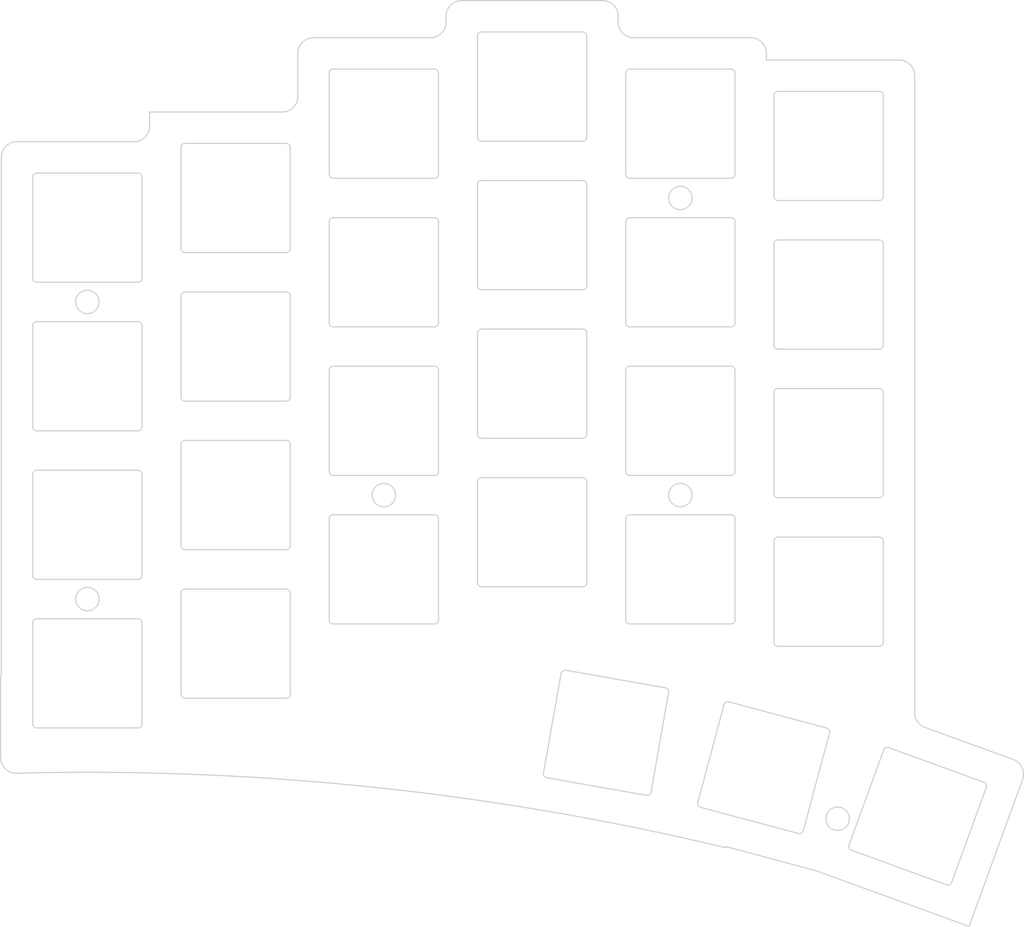
<source format=kicad_pcb>


(kicad_pcb (version 20171130) (host pcbnew 5.1.6)

  (page A3)
  (title_block
    (title "plate_left")
    (rev "v1.0.0")
    (company "Unknown")
  )

  (general
    (thickness 1.6)
  )

  (layers
    (0 F.Cu signal)
    (31 B.Cu signal)
    (32 B.Adhes user)
    (33 F.Adhes user)
    (34 B.Paste user)
    (35 F.Paste user)
    (36 B.SilkS user)
    (37 F.SilkS user)
    (38 B.Mask user)
    (39 F.Mask user)
    (40 Dwgs.User user)
    (41 Cmts.User user)
    (42 Eco1.User user)
    (43 Eco2.User user)
    (44 Edge.Cuts user)
    (45 Margin user)
    (46 B.CrtYd user)
    (47 F.CrtYd user)
    (48 B.Fab user)
    (49 F.Fab user)
  )

  (setup
    (last_trace_width 0.25)
    (trace_clearance 0.2)
    (zone_clearance 0.508)
    (zone_45_only no)
    (trace_min 0.2)
    (via_size 0.8)
    (via_drill 0.4)
    (via_min_size 0.4)
    (via_min_drill 0.3)
    (uvia_size 0.3)
    (uvia_drill 0.1)
    (uvias_allowed no)
    (uvia_min_size 0.2)
    (uvia_min_drill 0.1)
    (edge_width 0.05)
    (segment_width 0.2)
    (pcb_text_width 0.3)
    (pcb_text_size 1.5 1.5)
    (mod_edge_width 0.12)
    (mod_text_size 1 1)
    (mod_text_width 0.15)
    (pad_size 1.524 1.524)
    (pad_drill 0.762)
    (pad_to_mask_clearance 0.05)
    (aux_axis_origin 0 0)
    (visible_elements FFFFFF7F)
    (pcbplotparams
      (layerselection 0x010fc_ffffffff)
      (usegerberextensions false)
      (usegerberattributes true)
      (usegerberadvancedattributes true)
      (creategerberjobfile true)
      (excludeedgelayer true)
      (linewidth 0.100000)
      (plotframeref false)
      (viasonmask false)
      (mode 1)
      (useauxorigin false)
      (hpglpennumber 1)
      (hpglpenspeed 20)
      (hpglpendiameter 15.000000)
      (psnegative false)
      (psa4output false)
      (plotreference true)
      (plotvalue true)
      (plotinvisibletext false)
      (padsonsilk false)
      (subtractmaskfromsilk false)
      (outputformat 1)
      (mirror false)
      (drillshape 1)
      (scaleselection 1)
      (outputdirectory ""))
  )

  (net 0 "")

  (net_class Default "This is the default net class."
    (clearance 0.2)
    (trace_width 0.25)
    (via_dia 0.8)
    (via_drill 0.4)
    (uvia_dia 0.3)
    (uvia_drill 0.1)
    (add_net "")
  )

  
  (gr_line (start 57.975 198.21478199613796) (end 57.975 131.91999999999996) (angle 90) (layer Edge.Cuts) (width 0.15))
(gr_line (start 74.975 129.91999999999996) (end 59.975 129.91999999999996) (angle 90) (layer Edge.Cuts) (width 0.15))
(gr_line (start 93.975 126.10999999999997) (end 76.975 126.10999999999997) (angle 90) (layer Edge.Cuts) (width 0.15))
(gr_line (start 76.975 126.10999999999997) (end 76.975 127.91999999999996) (angle 90) (layer Edge.Cuts) (width 0.15))
(gr_line (start 112.975 116.58499999999997) (end 97.975 116.58499999999997) (angle 90) (layer Edge.Cuts) (width 0.15))
(gr_line (start 95.975 118.58499999999997) (end 95.975 124.10999999999997) (angle 90) (layer Edge.Cuts) (width 0.15))
(gr_line (start 137.025 114.58499999999997) (end 137.025 113.82249999999998) (angle 90) (layer Edge.Cuts) (width 0.15))
(gr_line (start 135.025 111.82249999999998) (end 116.975 111.82249999999998) (angle 90) (layer Edge.Cuts) (width 0.15))
(gr_line (start 114.975 113.82249999999998) (end 114.975 114.58499999999997) (angle 90) (layer Edge.Cuts) (width 0.15))
(gr_line (start 156.025 119.44249999999998) (end 156.025 118.58499999999997) (angle 90) (layer Edge.Cuts) (width 0.15))
(gr_line (start 154.025 116.58499999999997) (end 139.025 116.58499999999997) (angle 90) (layer Edge.Cuts) (width 0.15))
(gr_line (start 175.025 203.14204042273946) (end 175.025 121.44249999999998) (angle 90) (layer Edge.Cuts) (width 0.15))
(gr_line (start 173.025 119.44249999999998) (end 156.025 119.44249999999998) (angle 90) (layer Edge.Cuts) (width 0.15))
(gr_line (start 150.80003131242646 220.3007581818008) (end 162.36364596397215 223.39921936068947) (angle 90) (layer Edge.Cuts) (width 0.15))
(gr_line (start 162.36364596397215 223.39921936068947) (end 182.0035781 230.54756999999998) (angle 90) (layer Edge.Cuts) (width 0.15))
(gr_line (start 182.0035781 230.54756999999998) (end 188.86108197436295 211.706732861403) (angle 90) (layer Edge.Cuts) (width 0.15))
(gr_line (start 187.66573686561918 209.14330738542645) (end 176.3409597883022 205.02142565487884) (angle 90) (layer Edge.Cuts) (width 0.15))
(gr_line (start 150.77446129999998 220.44577199999998) (end 150.80003131242646 220.3007581818007) (angle 90) (layer Edge.Cuts) (width 0.15))
(gr_line (start 57.975 198.21478199613796) (end 57.875 198.7819101475156) (angle 90) (layer Edge.Cuts) (width 0.15))
(gr_arc (start 69.1094895 560.7850621) (end 150.77446129999998 220.44577199999998) (angle -14.996403187042574) (layer Edge.Cuts) (width 0.15))
(gr_line (start 57.875000099999994 208.9062133) (end 57.875 198.7819101475156) (angle 90) (layer Edge.Cuts) (width 0.15))
(gr_arc (start 59.975 131.91999999999996) (end 59.975 129.91999999999996) (angle -90) (layer Edge.Cuts) (width 0.15))
(gr_arc (start 74.975 127.91999999999996) (end 74.975 129.91999999999996) (angle -90) (layer Edge.Cuts) (width 0.15))
(gr_arc (start 93.975 124.10999999999997) (end 93.975 126.10999999999997) (angle -90) (layer Edge.Cuts) (width 0.15))
(gr_arc (start 97.975 118.58499999999997) (end 97.975 116.58499999999997) (angle -90) (layer Edge.Cuts) (width 0.15))
(gr_arc (start 112.975 114.58499999999997) (end 112.975 116.58499999999997) (angle -90) (layer Edge.Cuts) (width 0.15))
(gr_arc (start 116.975 113.82249999999998) (end 116.975 111.82249999999998) (angle -90) (layer Edge.Cuts) (width 0.15))
(gr_arc (start 135.025 113.82249999999998) (end 137.025 113.82249999999998) (angle -90) (layer Edge.Cuts) (width 0.15))
(gr_arc (start 139.025 114.58499999999997) (end 137.025 114.58499999999997) (angle -90) (layer Edge.Cuts) (width 0.15))
(gr_arc (start 154.025 118.58499999999997) (end 156.025 118.58499999999997) (angle -90) (layer Edge.Cuts) (width 0.15))
(gr_arc (start 173.025 121.44249999999998) (end 175.025 121.44249999999998) (angle -90) (layer Edge.Cuts) (width 0.15))
(gr_arc (start 177.025 203.14204042273946) (end 175.025 203.14204042273946) (angle -70.00000192534446) (layer Edge.Cuts) (width 0.15))
(gr_arc (start 186.98169665392138 211.0226926175658) (end 188.86108195392137 211.7067328175658) (angle -90.00000000000021) (layer Edge.Cuts) (width 0.15))
(gr_arc (start 59.875000199999995 208.9062133) (end 57.875000199999995 208.9062133) (angle -91.50328969504471) (layer Edge.Cuts) (width 0.15))
(gr_line (start 62.5 205.095) (end 75.5 205.095) (angle 90) (layer Edge.Cuts) (width 0.15))
(gr_line (start 76 204.595) (end 76 191.595) (angle 90) (layer Edge.Cuts) (width 0.15))
(gr_line (start 75.5 191.095) (end 62.5 191.095) (angle 90) (layer Edge.Cuts) (width 0.15))
(gr_line (start 62 191.595) (end 62 204.595) (angle 90) (layer Edge.Cuts) (width 0.15))
(gr_arc (start 75.5 204.595) (end 75.5 205.095) (angle -90) (layer Edge.Cuts) (width 0.15))
(gr_arc (start 75.5 191.595) (end 76 191.595) (angle -90) (layer Edge.Cuts) (width 0.15))
(gr_arc (start 62.5 191.595) (end 62.5 191.095) (angle -90) (layer Edge.Cuts) (width 0.15))
(gr_arc (start 62.5 204.595) (end 62 204.595) (angle -90) (layer Edge.Cuts) (width 0.15))
(gr_line (start 62.5 186.045) (end 75.5 186.045) (angle 90) (layer Edge.Cuts) (width 0.15))
(gr_line (start 76 185.545) (end 76 172.545) (angle 90) (layer Edge.Cuts) (width 0.15))
(gr_line (start 75.5 172.045) (end 62.5 172.045) (angle 90) (layer Edge.Cuts) (width 0.15))
(gr_line (start 62 172.545) (end 62 185.545) (angle 90) (layer Edge.Cuts) (width 0.15))
(gr_arc (start 75.5 185.545) (end 75.5 186.045) (angle -90) (layer Edge.Cuts) (width 0.15))
(gr_arc (start 75.5 172.545) (end 76 172.545) (angle -90) (layer Edge.Cuts) (width 0.15))
(gr_arc (start 62.5 172.545) (end 62.5 172.045) (angle -90) (layer Edge.Cuts) (width 0.15))
(gr_arc (start 62.5 185.545) (end 62 185.545) (angle -90) (layer Edge.Cuts) (width 0.15))
(gr_line (start 62.5 166.99499999999998) (end 75.5 166.99499999999998) (angle 90) (layer Edge.Cuts) (width 0.15))
(gr_line (start 76 166.49499999999998) (end 76 153.49499999999998) (angle 90) (layer Edge.Cuts) (width 0.15))
(gr_line (start 75.5 152.99499999999998) (end 62.5 152.99499999999998) (angle 90) (layer Edge.Cuts) (width 0.15))
(gr_line (start 62 153.49499999999998) (end 62 166.49499999999998) (angle 90) (layer Edge.Cuts) (width 0.15))
(gr_arc (start 75.5 166.49499999999998) (end 75.5 166.99499999999998) (angle -90) (layer Edge.Cuts) (width 0.15))
(gr_arc (start 75.5 153.49499999999998) (end 76 153.49499999999998) (angle -90) (layer Edge.Cuts) (width 0.15))
(gr_arc (start 62.5 153.49499999999998) (end 62.5 152.99499999999998) (angle -90) (layer Edge.Cuts) (width 0.15))
(gr_arc (start 62.5 166.49499999999998) (end 62 166.49499999999998) (angle -90) (layer Edge.Cuts) (width 0.15))
(gr_line (start 62.5 147.94499999999996) (end 75.5 147.94499999999996) (angle 90) (layer Edge.Cuts) (width 0.15))
(gr_line (start 76 147.44499999999996) (end 76 134.44499999999996) (angle 90) (layer Edge.Cuts) (width 0.15))
(gr_line (start 75.5 133.94499999999996) (end 62.5 133.94499999999996) (angle 90) (layer Edge.Cuts) (width 0.15))
(gr_line (start 62 134.44499999999996) (end 62 147.44499999999996) (angle 90) (layer Edge.Cuts) (width 0.15))
(gr_arc (start 75.5 147.44499999999996) (end 75.5 147.94499999999996) (angle -90) (layer Edge.Cuts) (width 0.15))
(gr_arc (start 75.5 134.44499999999996) (end 76 134.44499999999996) (angle -90) (layer Edge.Cuts) (width 0.15))
(gr_arc (start 62.5 134.44499999999996) (end 62.5 133.94499999999996) (angle -90) (layer Edge.Cuts) (width 0.15))
(gr_arc (start 62.5 147.44499999999996) (end 62 147.44499999999996) (angle -90) (layer Edge.Cuts) (width 0.15))
(gr_line (start 81.5 201.285) (end 94.5 201.285) (angle 90) (layer Edge.Cuts) (width 0.15))
(gr_line (start 95 200.785) (end 95 187.785) (angle 90) (layer Edge.Cuts) (width 0.15))
(gr_line (start 94.5 187.285) (end 81.5 187.285) (angle 90) (layer Edge.Cuts) (width 0.15))
(gr_line (start 81 187.785) (end 81 200.785) (angle 90) (layer Edge.Cuts) (width 0.15))
(gr_arc (start 94.5 200.785) (end 94.5 201.285) (angle -90) (layer Edge.Cuts) (width 0.15))
(gr_arc (start 94.5 187.785) (end 95 187.785) (angle -90) (layer Edge.Cuts) (width 0.15))
(gr_arc (start 81.5 187.785) (end 81.5 187.285) (angle -90) (layer Edge.Cuts) (width 0.15))
(gr_arc (start 81.5 200.785) (end 81 200.785) (angle -90) (layer Edge.Cuts) (width 0.15))
(gr_line (start 81.5 182.23499999999999) (end 94.5 182.23499999999999) (angle 90) (layer Edge.Cuts) (width 0.15))
(gr_line (start 95 181.73499999999999) (end 95 168.73499999999999) (angle 90) (layer Edge.Cuts) (width 0.15))
(gr_line (start 94.5 168.23499999999999) (end 81.5 168.23499999999999) (angle 90) (layer Edge.Cuts) (width 0.15))
(gr_line (start 81 168.73499999999999) (end 81 181.73499999999999) (angle 90) (layer Edge.Cuts) (width 0.15))
(gr_arc (start 94.5 181.73499999999999) (end 94.5 182.23499999999999) (angle -90) (layer Edge.Cuts) (width 0.15))
(gr_arc (start 94.5 168.73499999999999) (end 95 168.73499999999999) (angle -90) (layer Edge.Cuts) (width 0.15))
(gr_arc (start 81.5 168.73499999999999) (end 81.5 168.23499999999999) (angle -90) (layer Edge.Cuts) (width 0.15))
(gr_arc (start 81.5 181.73499999999999) (end 81 181.73499999999999) (angle -90) (layer Edge.Cuts) (width 0.15))
(gr_line (start 81.5 163.18499999999997) (end 94.5 163.18499999999997) (angle 90) (layer Edge.Cuts) (width 0.15))
(gr_line (start 95 162.68499999999997) (end 95 149.68499999999997) (angle 90) (layer Edge.Cuts) (width 0.15))
(gr_line (start 94.5 149.18499999999997) (end 81.5 149.18499999999997) (angle 90) (layer Edge.Cuts) (width 0.15))
(gr_line (start 81 149.68499999999997) (end 81 162.68499999999997) (angle 90) (layer Edge.Cuts) (width 0.15))
(gr_arc (start 94.5 162.68499999999997) (end 94.5 163.18499999999997) (angle -90) (layer Edge.Cuts) (width 0.15))
(gr_arc (start 94.5 149.68499999999997) (end 95 149.68499999999997) (angle -90) (layer Edge.Cuts) (width 0.15))
(gr_arc (start 81.5 149.68499999999997) (end 81.5 149.18499999999997) (angle -90) (layer Edge.Cuts) (width 0.15))
(gr_arc (start 81.5 162.68499999999997) (end 81 162.68499999999997) (angle -90) (layer Edge.Cuts) (width 0.15))
(gr_line (start 81.5 144.13499999999996) (end 94.5 144.13499999999996) (angle 90) (layer Edge.Cuts) (width 0.15))
(gr_line (start 95 143.63499999999996) (end 95 130.63499999999996) (angle 90) (layer Edge.Cuts) (width 0.15))
(gr_line (start 94.5 130.13499999999996) (end 81.5 130.13499999999996) (angle 90) (layer Edge.Cuts) (width 0.15))
(gr_line (start 81 130.63499999999996) (end 81 143.63499999999996) (angle 90) (layer Edge.Cuts) (width 0.15))
(gr_arc (start 94.5 143.63499999999996) (end 94.5 144.13499999999996) (angle -90) (layer Edge.Cuts) (width 0.15))
(gr_arc (start 94.5 130.63499999999996) (end 95 130.63499999999996) (angle -90) (layer Edge.Cuts) (width 0.15))
(gr_arc (start 81.5 130.63499999999996) (end 81.5 130.13499999999996) (angle -90) (layer Edge.Cuts) (width 0.15))
(gr_arc (start 81.5 143.63499999999996) (end 81 143.63499999999996) (angle -90) (layer Edge.Cuts) (width 0.15))
(gr_line (start 100.5 191.76) (end 113.5 191.76) (angle 90) (layer Edge.Cuts) (width 0.15))
(gr_line (start 114 191.26) (end 114 178.26) (angle 90) (layer Edge.Cuts) (width 0.15))
(gr_line (start 113.5 177.76) (end 100.5 177.76) (angle 90) (layer Edge.Cuts) (width 0.15))
(gr_line (start 100 178.26) (end 100 191.26) (angle 90) (layer Edge.Cuts) (width 0.15))
(gr_arc (start 113.5 191.26) (end 113.5 191.76) (angle -90) (layer Edge.Cuts) (width 0.15))
(gr_arc (start 113.5 178.26) (end 114 178.26) (angle -90) (layer Edge.Cuts) (width 0.15))
(gr_arc (start 100.5 178.26) (end 100.5 177.76) (angle -90) (layer Edge.Cuts) (width 0.15))
(gr_arc (start 100.5 191.26) (end 100 191.26) (angle -90) (layer Edge.Cuts) (width 0.15))
(gr_line (start 100.5 172.70999999999998) (end 113.5 172.70999999999998) (angle 90) (layer Edge.Cuts) (width 0.15))
(gr_line (start 114 172.20999999999998) (end 114 159.20999999999998) (angle 90) (layer Edge.Cuts) (width 0.15))
(gr_line (start 113.5 158.70999999999998) (end 100.5 158.70999999999998) (angle 90) (layer Edge.Cuts) (width 0.15))
(gr_line (start 100 159.20999999999998) (end 100 172.20999999999998) (angle 90) (layer Edge.Cuts) (width 0.15))
(gr_arc (start 113.5 172.20999999999998) (end 113.5 172.70999999999998) (angle -90) (layer Edge.Cuts) (width 0.15))
(gr_arc (start 113.5 159.20999999999998) (end 114 159.20999999999998) (angle -90) (layer Edge.Cuts) (width 0.15))
(gr_arc (start 100.5 159.20999999999998) (end 100.5 158.70999999999998) (angle -90) (layer Edge.Cuts) (width 0.15))
(gr_arc (start 100.5 172.20999999999998) (end 100 172.20999999999998) (angle -90) (layer Edge.Cuts) (width 0.15))
(gr_line (start 100.5 153.65999999999997) (end 113.5 153.65999999999997) (angle 90) (layer Edge.Cuts) (width 0.15))
(gr_line (start 114 153.15999999999997) (end 114 140.15999999999997) (angle 90) (layer Edge.Cuts) (width 0.15))
(gr_line (start 113.5 139.65999999999997) (end 100.5 139.65999999999997) (angle 90) (layer Edge.Cuts) (width 0.15))
(gr_line (start 100 140.15999999999997) (end 100 153.15999999999997) (angle 90) (layer Edge.Cuts) (width 0.15))
(gr_arc (start 113.5 153.15999999999997) (end 113.5 153.65999999999997) (angle -90) (layer Edge.Cuts) (width 0.15))
(gr_arc (start 113.5 140.15999999999997) (end 114 140.15999999999997) (angle -90) (layer Edge.Cuts) (width 0.15))
(gr_arc (start 100.5 140.15999999999997) (end 100.5 139.65999999999997) (angle -90) (layer Edge.Cuts) (width 0.15))
(gr_arc (start 100.5 153.15999999999997) (end 100 153.15999999999997) (angle -90) (layer Edge.Cuts) (width 0.15))
(gr_line (start 100.5 134.60999999999996) (end 113.5 134.60999999999996) (angle 90) (layer Edge.Cuts) (width 0.15))
(gr_line (start 114 134.10999999999996) (end 114 121.10999999999997) (angle 90) (layer Edge.Cuts) (width 0.15))
(gr_line (start 113.5 120.60999999999997) (end 100.5 120.60999999999997) (angle 90) (layer Edge.Cuts) (width 0.15))
(gr_line (start 100 121.10999999999997) (end 100 134.10999999999996) (angle 90) (layer Edge.Cuts) (width 0.15))
(gr_arc (start 113.5 134.10999999999996) (end 113.5 134.60999999999996) (angle -90) (layer Edge.Cuts) (width 0.15))
(gr_arc (start 113.5 121.10999999999997) (end 114 121.10999999999997) (angle -90) (layer Edge.Cuts) (width 0.15))
(gr_arc (start 100.5 121.10999999999997) (end 100.5 120.60999999999997) (angle -90) (layer Edge.Cuts) (width 0.15))
(gr_arc (start 100.5 134.10999999999996) (end 100 134.10999999999996) (angle -90) (layer Edge.Cuts) (width 0.15))
(gr_line (start 138.5 191.76) (end 151.5 191.76) (angle 90) (layer Edge.Cuts) (width 0.15))
(gr_line (start 152 191.26) (end 152 178.26) (angle 90) (layer Edge.Cuts) (width 0.15))
(gr_line (start 151.5 177.76) (end 138.5 177.76) (angle 90) (layer Edge.Cuts) (width 0.15))
(gr_line (start 138 178.26) (end 138 191.26) (angle 90) (layer Edge.Cuts) (width 0.15))
(gr_arc (start 151.5 191.26) (end 151.5 191.76) (angle -90) (layer Edge.Cuts) (width 0.15))
(gr_arc (start 151.5 178.26) (end 152 178.26) (angle -90) (layer Edge.Cuts) (width 0.15))
(gr_arc (start 138.5 178.26) (end 138.5 177.76) (angle -90) (layer Edge.Cuts) (width 0.15))
(gr_arc (start 138.5 191.26) (end 138 191.26) (angle -90) (layer Edge.Cuts) (width 0.15))
(gr_line (start 138.5 172.70999999999998) (end 151.5 172.70999999999998) (angle 90) (layer Edge.Cuts) (width 0.15))
(gr_line (start 152 172.20999999999998) (end 152 159.20999999999998) (angle 90) (layer Edge.Cuts) (width 0.15))
(gr_line (start 151.5 158.70999999999998) (end 138.5 158.70999999999998) (angle 90) (layer Edge.Cuts) (width 0.15))
(gr_line (start 138 159.20999999999998) (end 138 172.20999999999998) (angle 90) (layer Edge.Cuts) (width 0.15))
(gr_arc (start 151.5 172.20999999999998) (end 151.5 172.70999999999998) (angle -90) (layer Edge.Cuts) (width 0.15))
(gr_arc (start 151.5 159.20999999999998) (end 152 159.20999999999998) (angle -90) (layer Edge.Cuts) (width 0.15))
(gr_arc (start 138.5 159.20999999999998) (end 138.5 158.70999999999998) (angle -90) (layer Edge.Cuts) (width 0.15))
(gr_arc (start 138.5 172.20999999999998) (end 138 172.20999999999998) (angle -90) (layer Edge.Cuts) (width 0.15))
(gr_line (start 138.5 153.65999999999997) (end 151.5 153.65999999999997) (angle 90) (layer Edge.Cuts) (width 0.15))
(gr_line (start 152 153.15999999999997) (end 152 140.15999999999997) (angle 90) (layer Edge.Cuts) (width 0.15))
(gr_line (start 151.5 139.65999999999997) (end 138.5 139.65999999999997) (angle 90) (layer Edge.Cuts) (width 0.15))
(gr_line (start 138 140.15999999999997) (end 138 153.15999999999997) (angle 90) (layer Edge.Cuts) (width 0.15))
(gr_arc (start 151.5 153.15999999999997) (end 151.5 153.65999999999997) (angle -90) (layer Edge.Cuts) (width 0.15))
(gr_arc (start 151.5 140.15999999999997) (end 152 140.15999999999997) (angle -90) (layer Edge.Cuts) (width 0.15))
(gr_arc (start 138.5 140.15999999999997) (end 138.5 139.65999999999997) (angle -90) (layer Edge.Cuts) (width 0.15))
(gr_arc (start 138.5 153.15999999999997) (end 138 153.15999999999997) (angle -90) (layer Edge.Cuts) (width 0.15))
(gr_line (start 138.5 134.60999999999996) (end 151.5 134.60999999999996) (angle 90) (layer Edge.Cuts) (width 0.15))
(gr_line (start 152 134.10999999999996) (end 152 121.10999999999997) (angle 90) (layer Edge.Cuts) (width 0.15))
(gr_line (start 151.5 120.60999999999997) (end 138.5 120.60999999999997) (angle 90) (layer Edge.Cuts) (width 0.15))
(gr_line (start 138 121.10999999999997) (end 138 134.10999999999996) (angle 90) (layer Edge.Cuts) (width 0.15))
(gr_arc (start 151.5 134.10999999999996) (end 151.5 134.60999999999996) (angle -90) (layer Edge.Cuts) (width 0.15))
(gr_arc (start 151.5 121.10999999999997) (end 152 121.10999999999997) (angle -90) (layer Edge.Cuts) (width 0.15))
(gr_arc (start 138.5 121.10999999999997) (end 138.5 120.60999999999997) (angle -90) (layer Edge.Cuts) (width 0.15))
(gr_arc (start 138.5 134.10999999999996) (end 138 134.10999999999996) (angle -90) (layer Edge.Cuts) (width 0.15))
(gr_line (start 157.5 194.6175) (end 170.5 194.6175) (angle 90) (layer Edge.Cuts) (width 0.15))
(gr_line (start 171 194.1175) (end 171 181.1175) (angle 90) (layer Edge.Cuts) (width 0.15))
(gr_line (start 170.5 180.6175) (end 157.5 180.6175) (angle 90) (layer Edge.Cuts) (width 0.15))
(gr_line (start 157 181.1175) (end 157 194.1175) (angle 90) (layer Edge.Cuts) (width 0.15))
(gr_arc (start 170.5 194.1175) (end 170.5 194.6175) (angle -90) (layer Edge.Cuts) (width 0.15))
(gr_arc (start 170.5 181.1175) (end 171 181.1175) (angle -90) (layer Edge.Cuts) (width 0.15))
(gr_arc (start 157.5 181.1175) (end 157.5 180.6175) (angle -90) (layer Edge.Cuts) (width 0.15))
(gr_arc (start 157.5 194.1175) (end 157 194.1175) (angle -90) (layer Edge.Cuts) (width 0.15))
(gr_line (start 157.5 175.5675) (end 170.5 175.5675) (angle 90) (layer Edge.Cuts) (width 0.15))
(gr_line (start 171 175.0675) (end 171 162.0675) (angle 90) (layer Edge.Cuts) (width 0.15))
(gr_line (start 170.5 161.5675) (end 157.5 161.5675) (angle 90) (layer Edge.Cuts) (width 0.15))
(gr_line (start 157 162.0675) (end 157 175.0675) (angle 90) (layer Edge.Cuts) (width 0.15))
(gr_arc (start 170.5 175.0675) (end 170.5 175.5675) (angle -90) (layer Edge.Cuts) (width 0.15))
(gr_arc (start 170.5 162.0675) (end 171 162.0675) (angle -90) (layer Edge.Cuts) (width 0.15))
(gr_arc (start 157.5 162.0675) (end 157.5 161.5675) (angle -90) (layer Edge.Cuts) (width 0.15))
(gr_arc (start 157.5 175.0675) (end 157 175.0675) (angle -90) (layer Edge.Cuts) (width 0.15))
(gr_line (start 157.5 156.51749999999998) (end 170.5 156.51749999999998) (angle 90) (layer Edge.Cuts) (width 0.15))
(gr_line (start 171 156.01749999999998) (end 171 143.01749999999998) (angle 90) (layer Edge.Cuts) (width 0.15))
(gr_line (start 170.5 142.51749999999998) (end 157.5 142.51749999999998) (angle 90) (layer Edge.Cuts) (width 0.15))
(gr_line (start 157 143.01749999999998) (end 157 156.01749999999998) (angle 90) (layer Edge.Cuts) (width 0.15))
(gr_arc (start 170.5 156.01749999999998) (end 170.5 156.51749999999998) (angle -90) (layer Edge.Cuts) (width 0.15))
(gr_arc (start 170.5 143.01749999999998) (end 171 143.01749999999998) (angle -90) (layer Edge.Cuts) (width 0.15))
(gr_arc (start 157.5 143.01749999999998) (end 157.5 142.51749999999998) (angle -90) (layer Edge.Cuts) (width 0.15))
(gr_arc (start 157.5 156.01749999999998) (end 157 156.01749999999998) (angle -90) (layer Edge.Cuts) (width 0.15))
(gr_line (start 157.5 137.46749999999997) (end 170.5 137.46749999999997) (angle 90) (layer Edge.Cuts) (width 0.15))
(gr_line (start 171 136.96749999999997) (end 171 123.96749999999997) (angle 90) (layer Edge.Cuts) (width 0.15))
(gr_line (start 170.5 123.46749999999997) (end 157.5 123.46749999999997) (angle 90) (layer Edge.Cuts) (width 0.15))
(gr_line (start 157 123.96749999999997) (end 157 136.96749999999997) (angle 90) (layer Edge.Cuts) (width 0.15))
(gr_arc (start 170.5 136.96749999999997) (end 170.5 137.46749999999997) (angle -90) (layer Edge.Cuts) (width 0.15))
(gr_arc (start 170.5 123.96749999999997) (end 171 123.96749999999997) (angle -90) (layer Edge.Cuts) (width 0.15))
(gr_arc (start 157.5 123.96749999999997) (end 157.5 123.46749999999997) (angle -90) (layer Edge.Cuts) (width 0.15))
(gr_arc (start 157.5 136.96749999999997) (end 157 136.96749999999997) (angle -90) (layer Edge.Cuts) (width 0.15))
(gr_line (start 127.8582124 211.47994109999996) (end 140.6607132 213.73736739999998) (angle 90) (layer Edge.Cuts) (width 0.15))
(gr_line (start 141.23994109999998 213.33178759999998) (end 143.4973674 200.52928679999997) (angle 90) (layer Edge.Cuts) (width 0.15))
(gr_line (start 143.0917876 199.9500589) (end 130.28928679999999 197.69263259999997) (angle 90) (layer Edge.Cuts) (width 0.15))
(gr_line (start 129.7100589 198.09821239999997) (end 127.45263259999999 210.90071319999998) (angle 90) (layer Edge.Cuts) (width 0.15))
(gr_arc (start 140.74753719999998 213.24496349999998) (end 140.66071309999998 213.73736739999998) (angle -90) (layer Edge.Cuts) (width 0.15))
(gr_arc (start 143.0049635 200.4424628) (end 143.4973674 200.5292869) (angle -90) (layer Edge.Cuts) (width 0.15))
(gr_arc (start 130.2024628 198.18503649999997) (end 130.2892869 197.69263259999997) (angle -90) (layer Edge.Cuts) (width 0.15))
(gr_arc (start 127.9450365 210.98753719999996) (end 127.4526326 210.90071309999996) (angle -90) (layer Edge.Cuts) (width 0.15))
(gr_line (start 147.58799119999998 215.27310799999998) (end 160.145027 218.63775559999996) (angle 90) (layer Edge.Cuts) (width 0.15))
(gr_line (start 160.7573994 218.28420219999998) (end 164.12204699999998 205.72716639999996) (angle 90) (layer Edge.Cuts) (width 0.15))
(gr_line (start 163.7684936 205.11479399999996) (end 151.21145779999998 201.75014639999998) (angle 90) (layer Edge.Cuts) (width 0.15))
(gr_line (start 150.59908539999998 202.10369979999996) (end 147.2344378 214.66073559999998) (angle 90) (layer Edge.Cuts) (width 0.15))
(gr_arc (start 160.27443649999998 218.15479269999997) (end 160.14502699999997 218.63775559999996) (angle -90) (layer Edge.Cuts) (width 0.15))
(gr_arc (start 163.6390841 205.59775689999998) (end 164.12204699999998 205.7271664) (angle -90) (layer Edge.Cuts) (width 0.15))
(gr_arc (start 151.0820483 202.23310929999997) (end 151.2114578 201.75014639999998) (angle -90) (layer Edge.Cuts) (width 0.15))
(gr_arc (start 147.71740069999998 214.79014509999996) (end 147.2344378 214.66073559999995) (angle -90) (layer Edge.Cuts) (width 0.15))
(gr_line (start 166.91209600000002 220.77140419999998) (end 179.12810000000002 225.21766609999997) (angle 90) (layer Edge.Cuts) (width 0.15))
(gr_line (start 179.7689564 224.91882979999997) (end 184.2152183 212.70282579999997) (angle 90) (layer Edge.Cuts) (width 0.15))
(gr_line (start 183.916382 212.06196939999998) (end 171.700378 207.61570749999998) (angle 90) (layer Edge.Cuts) (width 0.15))
(gr_line (start 171.0595216 207.9145438) (end 166.61325970000001 220.1305478) (angle 90) (layer Edge.Cuts) (width 0.15))
(gr_arc (start 179.2991101 224.74781979999997) (end 179.12810000000002 225.21766609999997) (angle -90) (layer Edge.Cuts) (width 0.15))
(gr_arc (start 183.745372 212.53181569999998) (end 184.2152183 212.70282579999997) (angle -90) (layer Edge.Cuts) (width 0.15))
(gr_arc (start 171.5293679 208.08555379999999) (end 171.700378 207.61570749999998) (angle -90) (layer Edge.Cuts) (width 0.15))
(gr_arc (start 167.08310600000002 220.30155789999998) (end 166.61325970000001 220.1305478) (angle -90) (layer Edge.Cuts) (width 0.15))
(gr_line (start 133 186.4975) (end 133 173.4975) (angle 90) (layer Edge.Cuts) (width 0.15))
(gr_line (start 132.5 172.9975) (end 119.5 172.9975) (angle 90) (layer Edge.Cuts) (width 0.15))
(gr_line (start 119 173.4975) (end 119 186.4975) (angle 90) (layer Edge.Cuts) (width 0.15))
(gr_line (start 119.5 186.9975) (end 132.5 186.9975) (angle 90) (layer Edge.Cuts) (width 0.15))
(gr_arc (start 132.5 173.4975) (end 133 173.4975) (angle -90) (layer Edge.Cuts) (width 0.15))
(gr_arc (start 119.5 173.4975) (end 119.5 172.9975) (angle -90) (layer Edge.Cuts) (width 0.15))
(gr_arc (start 119.5 186.4975) (end 119 186.4975) (angle -90) (layer Edge.Cuts) (width 0.15))
(gr_arc (start 132.5 186.4975) (end 132.5 186.9975) (angle -90) (layer Edge.Cuts) (width 0.15))
(gr_line (start 133 167.4475) (end 133 154.4475) (angle 90) (layer Edge.Cuts) (width 0.15))
(gr_line (start 132.5 153.9475) (end 119.5 153.9475) (angle 90) (layer Edge.Cuts) (width 0.15))
(gr_line (start 119 154.4475) (end 119 167.4475) (angle 90) (layer Edge.Cuts) (width 0.15))
(gr_line (start 119.5 167.9475) (end 132.5 167.9475) (angle 90) (layer Edge.Cuts) (width 0.15))
(gr_arc (start 132.5 154.4475) (end 133 154.4475) (angle -90) (layer Edge.Cuts) (width 0.15))
(gr_arc (start 119.5 154.4475) (end 119.5 153.9475) (angle -90) (layer Edge.Cuts) (width 0.15))
(gr_arc (start 119.5 167.4475) (end 119 167.4475) (angle -90) (layer Edge.Cuts) (width 0.15))
(gr_arc (start 132.5 167.4475) (end 132.5 167.9475) (angle -90) (layer Edge.Cuts) (width 0.15))
(gr_line (start 133 148.39749999999998) (end 133 135.39749999999998) (angle 90) (layer Edge.Cuts) (width 0.15))
(gr_line (start 132.5 134.89749999999998) (end 119.5 134.89749999999998) (angle 90) (layer Edge.Cuts) (width 0.15))
(gr_line (start 119 135.39749999999998) (end 119 148.39749999999998) (angle 90) (layer Edge.Cuts) (width 0.15))
(gr_line (start 119.5 148.89749999999998) (end 132.5 148.89749999999998) (angle 90) (layer Edge.Cuts) (width 0.15))
(gr_arc (start 132.5 135.39749999999998) (end 133 135.39749999999998) (angle -90) (layer Edge.Cuts) (width 0.15))
(gr_arc (start 119.5 135.39749999999998) (end 119.5 134.89749999999998) (angle -90) (layer Edge.Cuts) (width 0.15))
(gr_arc (start 119.5 148.39749999999998) (end 119 148.39749999999998) (angle -90) (layer Edge.Cuts) (width 0.15))
(gr_arc (start 132.5 148.39749999999998) (end 132.5 148.89749999999998) (angle -90) (layer Edge.Cuts) (width 0.15))
(gr_line (start 133 129.34749999999997) (end 133 116.34749999999998) (angle 90) (layer Edge.Cuts) (width 0.15))
(gr_line (start 132.5 115.84749999999998) (end 119.5 115.84749999999998) (angle 90) (layer Edge.Cuts) (width 0.15))
(gr_line (start 119 116.34749999999998) (end 119 129.34749999999997) (angle 90) (layer Edge.Cuts) (width 0.15))
(gr_line (start 119.5 129.84749999999997) (end 132.5 129.84749999999997) (angle 90) (layer Edge.Cuts) (width 0.15))
(gr_arc (start 132.5 116.34749999999998) (end 133 116.34749999999998) (angle -90) (layer Edge.Cuts) (width 0.15))
(gr_arc (start 119.5 116.34749999999998) (end 119.5 115.84749999999998) (angle -90) (layer Edge.Cuts) (width 0.15))
(gr_arc (start 119.5 129.34749999999997) (end 119 129.34749999999997) (angle -90) (layer Edge.Cuts) (width 0.15))
(gr_arc (start 132.5 129.34749999999997) (end 132.5 129.84749999999997) (angle -90) (layer Edge.Cuts) (width 0.15))
(gr_circle (center 107 175.23499999999999) (end 108.5 175.23499999999999) (layer Edge.Cuts) (width 0.15))
(gr_circle (center 165.16057 216.73917379999997) (end 166.66057 216.73917379999997) (layer Edge.Cuts) (width 0.15))
(gr_circle (center 145 137.13499999999996) (end 146.5 137.13499999999996) (layer Edge.Cuts) (width 0.15))
(gr_circle (center 145 175.23499999999999) (end 146.5 175.23499999999999) (layer Edge.Cuts) (width 0.15))
(gr_circle (center 69 150.46999999999997) (end 70.5 150.46999999999997) (layer Edge.Cuts) (width 0.15))
(gr_circle (center 69 188.57) (end 70.5 188.57) (layer Edge.Cuts) (width 0.15))

)


</source>
